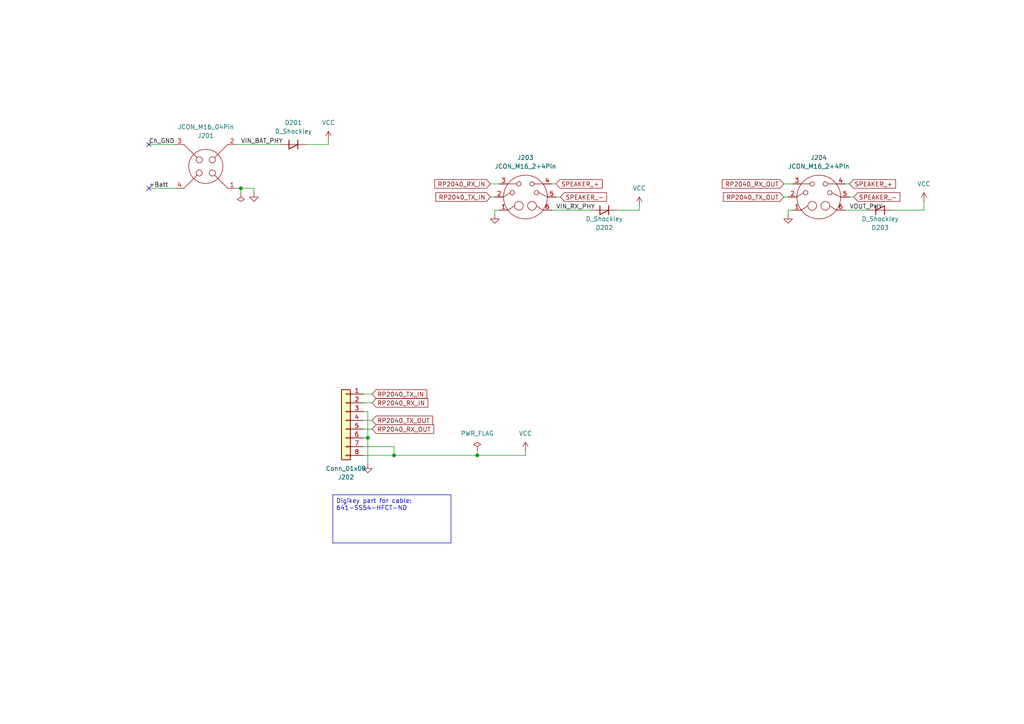
<source format=kicad_sch>
(kicad_sch (version 20250114) (generator "eeschema") (generator_version "9.0")
  (paper "A4")
  (lib_symbols
    (symbol "Connector_Generic:Conn_01x08" (pin_names (offset 1.016) (hide yes))
      (property "Reference" "J" (at 0 10.16 0))
      (property "Value" "Conn_01x08" (at 0 -12.7 0))
      (symbol "Conn_01x08_1_1"
        (rectangle (start -1.27 8.89) (end 1.27 -11.43) (stroke (width 0.254)) (fill (type background)))
        (rectangle (start -1.27 7.747) (end 0 7.493) (stroke (width 0.1524)))
        (rectangle (start -1.27 5.207) (end 0 4.953) (stroke (width 0.1524)))
        (rectangle (start -1.27 2.667) (end 0 2.413) (stroke (width 0.1524)))
        (rectangle (start -1.27 0.127) (end 0 -0.127) (stroke (width 0.1524)))
        (rectangle (start -1.27 -2.413) (end 0 -2.667) (stroke (width 0.1524)))
        (rectangle (start -1.27 -4.953) (end 0 -5.207) (stroke (width 0.1524)))
        (rectangle (start -1.27 -7.493) (end 0 -7.747) (stroke (width 0.1524)))
        (rectangle (start -1.27 -10.033) (end 0 -10.287) (stroke (width 0.1524)))
        (pin passive line (at -5.08 7.62 0) (length 3.81) (name "Pin_1") (number "1"))
        (pin passive line (at -5.08 5.08 0) (length 3.81) (name "Pin_2") (number "2"))
        (pin passive line (at -5.08 2.54 0) (length 3.81) (name "Pin_3") (number "3"))
        (pin passive line (at -5.08 0 0) (length 3.81) (name "Pin_4") (number "4"))
        (pin passive line (at -5.08 -2.54 0) (length 3.81) (name "Pin_5") (number "5"))
        (pin passive line (at -5.08 -5.08 0) (length 3.81) (name "Pin_6") (number "6"))
        (pin passive line (at -5.08 -7.62 0) (length 3.81) (name "Pin_7") (number "7"))
        (pin passive line (at -5.08 -10.16 0) (length 3.81) (name "Pin_8") (number "8"))
      )
    )
    (symbol "Device:D_Shockley" (pin_numbers (hide yes)) (pin_names (offset 1.016) (hide yes))
      (property "Reference" "D" (at 0 2.54 0))
      (property "Value" "D_Shockley" (at 0 -2.54 0))
      (symbol "D_Shockley_0_1"
        (polyline (pts (xy -1.27 1.27) (xy -1.27 -1.27)) (stroke (width 0.254)))
        (polyline (pts (xy -1.27 0) (xy 1.27 0)))
        (polyline (pts (xy -1.27 0) (xy 1.27 1.27) (xy 1.27 -1.27)) (stroke (width 0.254)))
      )
      (symbol "D_Shockley_1_1"
        (pin passive line (at -3.81 0 0) (length 2.54) (name "K") (number "1"))
        (pin passive line (at 3.81 0 180) (length 2.54) (name "A") (number "2"))
      )
    )
    (symbol "cacophony-library:JCON_M16_04Pin"
      (property "Reference" "J" (at 0 11.43 0))
      (property "Value" "JCON_M16_04Pin" (at 0 8.89 0))
      (symbol "JCON_M16_04Pin_0_1"
        (polyline (pts (xy -2.54 2.54) (xy -6.35 6.35)))
        (polyline (pts (xy -2.54 -2.54) (xy -6.35 -6.35)))
        (circle (center -1.905 1.905) (radius 0.898))
        (circle (center -1.905 -1.905) (radius 0.898))
        (circle (center 0 0) (radius 4.9595))
        (circle (center 1.905 1.905) (radius 0.898))
        (circle (center 1.905 -1.905) (radius 0.898))
        (polyline (pts (xy 2.54 -2.54) (xy 6.35 -6.35)))
        (polyline (pts (xy 6.35 6.35) (xy 2.54 2.54)))
      )
      (symbol "JCON_M16_04Pin_1_1"
        (pin passive line (at -8.89 6.35 0) (length 2.54) (name "") (number "1"))
        (pin passive line (at -8.89 -6.35 0) (length 2.54) (name "") (number "2"))
        (pin passive line (at 8.89 6.35 180) (length 2.54) (name "") (number "4"))
        (pin passive line (at 8.89 -6.35 180) (length 2.54) (name "") (number "3"))
      )
    )
    (symbol "cacophony-library:JCON_M16_2+4Pin"
      (property "Reference" "J" (at 0 7.62 0))
      (property "Value" "JCON_M16_2+4Pin" (at -7.62 12.7 0))
      (symbol "JCON_M16_2+4Pin_0_1"
        (polyline (pts (xy -4.445 1.27) (xy -6.35 0)))
        (circle (center -3.81 1.27) (radius 0.635))
        (polyline (pts (xy -3.175 -2.54) (xy -5.08 -3.81)))
        (polyline (pts (xy -2.54 3.81) (xy -5.08 3.81)))
        (circle (center -1.905 3.81) (radius 0.635))
        (circle (center -1.905 -2.54) (radius 1.27))
        (circle (center 0 0) (radius 6.35))
        (circle (center 1.905 3.81) (radius 0.635))
        (circle (center 1.905 -2.54) (radius 1.27))
        (polyline (pts (xy 2.54 3.81) (xy 5.08 3.81)))
        (circle (center 3.175 1.27) (radius 0.635))
        (polyline (pts (xy 3.175 -2.54) (xy 5.08 -3.81)))
        (polyline (pts (xy 3.81 1.27) (xy 6.35 0)))
      )
      (symbol "JCON_M16_2+4Pin_1_1"
        (pin passive line (at -8.89 0 0) (length 2.54) (name "") (number "2"))
        (pin passive line (at -7.62 3.81 0) (length 2.54) (name "") (number "3"))
        (pin passive line (at -7.62 -3.81 0) (length 2.54) (name "") (number "1"))
        (pin passive line (at 7.62 3.81 180) (length 2.54) (name "") (number "4"))
        (pin passive line (at 7.62 -3.81 180) (length 2.54) (name "") (number "6"))
        (pin passive line (at 8.89 0 180) (length 2.54) (name "") (number "5"))
      )
    )
    (symbol "power:GND" (power) (pin_numbers (hide yes)) (pin_names (offset 0) (hide yes))
      (property "Value" "GND" (at 0 -3.81 0))
      (symbol "GND_0_1"
        (polyline (pts (xy 0 0) (xy 0 -1.27) (xy 1.27 -1.27) (xy 0 -2.54) (xy -1.27 -1.27) (xy 0 -1.27)))
      )
      (symbol "GND_1_1"
        (pin power_in line (at 0 0 270) (length 0) (name "~") (number "1"))
      )
    )
    (symbol "power:PWR_FLAG" (power) (pin_numbers (hide yes)) (pin_names (offset 0) (hide yes))
      (property "Value" "PWR_FLAG" (at 0 3.81 0))
      (symbol "PWR_FLAG_0_0"
        (pin power_out line (at 0 0 90) (length 0) (name "~") (number "1"))
      )
      (symbol "PWR_FLAG_0_1"
        (polyline (pts (xy 0 0) (xy 0 1.27) (xy -1.016 1.905) (xy 0 2.54) (xy 1.016 1.905) (xy 0 1.27)))
      )
    )
    (symbol "power:VCC" (power) (pin_numbers (hide yes)) (pin_names (offset 0) (hide yes))
      (property "Value" "VCC" (at 0 3.556 0))
      (symbol "VCC_0_1"
        (polyline (pts (xy -0.762 1.27) (xy 0 2.54)))
        (polyline (pts (xy 0 2.54) (xy 0.762 1.27)))
        (polyline (pts (xy 0 0) (xy 0 2.54)))
      )
      (symbol "VCC_1_1"
        (pin power_in line (at 0 0 90) (length 0) (name "~") (number "1"))
      )
    )
  )
  (text_box "Digikey part for cable: 641-SS54-HFCT-ND" (at 96.52 143.51 0) (size 34.29 13.97) (margins 0.9525 0.9525 0.9525 0.9525) (effects (font (size 1.27 1.27)) (justify left top)))
  (junction (at 69.85 54.61))
  (junction (at 138.43 132.08))
  (junction (at 114.3 132.08))
  (junction (at 106.68 127))
  (no_connect (at 43.18 41.91))
  (no_connect (at 43.18 54.61))
  (wire (pts (xy 114.3 129.54) (xy 114.3 132.08)))
  (wire (pts (xy 143.51 60.96) (xy 144.78 60.96)))
  (wire (pts (xy 114.3 129.54) (xy 105.41 129.54)))
  (wire (pts (xy 227.33 53.34) (xy 229.87 53.34)))
  (wire (pts (xy 114.3 132.08) (xy 138.43 132.08)))
  (wire (pts (xy 43.18 41.91) (xy 50.8 41.91)))
  (wire (pts (xy 160.02 60.96) (xy 171.45 60.96)))
  (wire (pts (xy 69.85 55.88) (xy 69.85 54.61)))
  (wire (pts (xy 142.24 57.15) (xy 143.51 57.15)))
  (wire (pts (xy 105.41 124.46) (xy 107.95 124.46)))
  (wire (pts (xy 105.41 116.84) (xy 107.95 116.84)))
  (wire (pts (xy 227.33 57.15) (xy 228.6 57.15)))
  (wire (pts (xy 43.18 54.61) (xy 50.8 54.61)))
  (wire (pts (xy 267.97 58.42) (xy 267.97 60.96)))
  (wire (pts (xy 245.11 60.96) (xy 251.46 60.96)))
  (wire (pts (xy 160.02 53.34) (xy 161.29 53.34)))
  (wire (pts (xy 105.41 114.3) (xy 107.95 114.3)))
  (wire (pts (xy 185.42 60.96) (xy 185.42 59.69)))
  (wire (pts (xy 105.41 119.38) (xy 106.68 119.38)))
  (wire (pts (xy 95.25 41.91) (xy 95.25 40.64)))
  (wire (pts (xy 228.6 62.23) (xy 228.6 60.96)))
  (wire (pts (xy 105.41 127) (xy 106.68 127)))
  (wire (pts (xy 106.68 127) (xy 106.68 134.62)))
  (wire (pts (xy 259.08 60.96) (xy 267.97 60.96)))
  (wire (pts (xy 179.07 60.96) (xy 185.42 60.96)))
  (wire (pts (xy 228.6 60.96) (xy 229.87 60.96)))
  (wire (pts (xy 138.43 130.81) (xy 138.43 132.08)))
  (wire (pts (xy 142.24 53.34) (xy 144.78 53.34)))
  (wire (pts (xy 161.29 57.15) (xy 162.56 57.15)))
  (wire (pts (xy 73.66 54.61) (xy 69.85 54.61)))
  (wire (pts (xy 73.66 55.88) (xy 73.66 54.61)))
  (wire (pts (xy 106.68 119.38) (xy 106.68 127)))
  (wire (pts (xy 138.43 132.08) (xy 152.4 132.08)))
  (wire (pts (xy 246.38 57.15) (xy 247.65 57.15)))
  (wire (pts (xy 152.4 130.81) (xy 152.4 132.08)))
  (wire (pts (xy 69.85 54.61) (xy 68.58 54.61)))
  (wire (pts (xy 105.41 132.08) (xy 114.3 132.08)))
  (wire (pts (xy 105.41 121.92) (xy 107.95 121.92)))
  (wire (pts (xy 68.58 41.91) (xy 81.28 41.91)))
  (wire (pts (xy 88.9 41.91) (xy 95.25 41.91)))
  (wire (pts (xy 143.51 62.23) (xy 143.51 60.96)))
  (wire (pts (xy 245.11 53.34) (xy 246.38 53.34)))
  (label "+Batt" (at 43.18 54.61 0))
  (label "Ch_GND" (at 43.18 41.91 0))
  (label "VIN_RX_PHY" (at 161.29 60.96 0))
  (label "VOUT_PHY" (at 246.38 60.96 0))
  (label "VIN_BAT_PHY" (at 69.85 41.91 0))
  (global_label "RP2040_RX_IN" (shape input) (at 142.24 53.34 180) (property "Intersheetrefs" "${INTERSHEET_REFS}" (effects (hide yes))))
  (global_label "SPEAKER_+" (shape input) (at 246.38 53.34 0) (property "Intersheetrefs" "${INTERSHEET_REFS}" (effects (hide yes))))
  (global_label "RP2040_RX_OUT" (shape input) (at 227.33 53.34 180) (property "Intersheetrefs" "${INTERSHEET_REFS}" (effects (hide yes))))
  (global_label "RP2040_TX_OUT" (shape input) (at 227.33 57.15 180) (property "Intersheetrefs" "${INTERSHEET_REFS}" (effects (hide yes))))
  (global_label "SPEAKER_-" (shape input) (at 247.65 57.15 0) (property "Intersheetrefs" "${INTERSHEET_REFS}" (effects (hide yes))))
  (global_label "SPEAKER_-" (shape input) (at 162.56 57.15 0) (property "Intersheetrefs" "${INTERSHEET_REFS}" (effects (hide yes))))
  (global_label "RP2040_RX_IN" (shape input) (at 107.95 116.84 0) (property "Intersheetrefs" "${INTERSHEET_REFS}" (effects (hide yes))))
  (global_label "RP2040_RX_OUT" (shape input) (at 107.95 124.46 0) (property "Intersheetrefs" "${INTERSHEET_REFS}" (effects (hide yes))))
  (global_label "RP2040_TX_IN" (shape input) (at 107.95 114.3 0) (property "Intersheetrefs" "${INTERSHEET_REFS}" (effects (hide yes))))
  (global_label "RP2040_TX_IN" (shape input) (at 142.24 57.15 180) (property "Intersheetrefs" "${INTERSHEET_REFS}" (effects (hide yes))))
  (global_label "RP2040_TX_OUT" (shape input) (at 107.95 121.92 0) (property "Intersheetrefs" "${INTERSHEET_REFS}" (effects (hide yes))))
  (global_label "SPEAKER_+" (shape input) (at 161.29 53.34 0) (property "Intersheetrefs" "${INTERSHEET_REFS}" (effects (hide yes))))
  (symbol (lib_id "Device:D_Shockley") (at 175.26 60.96 180) (unit 1)
    (property "Reference" "D202" (at 175.26 66.04 0))
    (property "Value" "D_Shockley" (at 175.26 63.5 0))
    (property "Footprint" "Diode_SMD:D_SMA_Handsoldering" (effects (hide yes)))
    (property "Description" "Shockley (PNPN) diode" (effects (hide yes)))
    (property "Digikey" "641-SS54-HFCT-ND" (effects (hide yes)))
    (property "LCSC Part" "C22452" (effects (hide yes)))
  )
  (symbol (lib_id "Device:D_Shockley") (at 85.09 41.91 180) (unit 1)
    (property "Reference" "D201" (at 85.09 35.56 0))
    (property "Value" "D_Shockley" (at 85.09 38.1 0))
    (property "Footprint" "Diode_SMD:D_SMA_Handsoldering" (effects (hide yes)))
    (property "Description" "Shockley (PNPN) diode" (effects (hide yes)))
    (property "Digikey" "641-SS54-HFCT-ND" (effects (hide yes)))
    (property "LCSC Part" "C22452" (effects (hide yes)))
  )
  (symbol (lib_id "power:GND") (at 228.6 62.23 0) (unit 1)
    (property "Reference" "#PWR0207" (effects (hide yes)))
    (property "Value" "GND" (effects (hide yes)))
    (property "Description" "Power symbol creates a global label with name \"GND\" , ground" (effects (hide yes)))
  )
  (symbol (lib_id "cacophony-library:JCON_M16_2+4Pin") (at 237.49 57.15 0) (unit 1) (in_bom no)
    (property "Reference" "J204" (at 237.49 45.72 0))
    (property "Value" "JCON_M16_2+4Pin" (at 237.49 48.26 0))
    (property "Footprint" "cacophony-library:jcon-2+4pin-m16" (effects (hide yes)))
  )
  (symbol (lib_id "power:VCC") (at 185.42 59.69 0) (unit 1)
    (property "Reference" "#PWR0206" (effects (hide yes)))
    (property "Value" "VCC" (at 185.42 54.61 0))
    (property "Description" "Power symbol creates a global label with name \"VCC\"" (effects (hide yes)))
  )
  (symbol (lib_id "power:GND") (at 106.68 134.62 0) (unit 1)
    (property "Reference" "#PWR0203" (effects (hide yes)))
    (property "Value" "GND" (effects (hide yes)))
  )
  (symbol (lib_id "power:GND") (at 143.51 62.23 0) (unit 1)
    (property "Reference" "#PWR0204" (effects (hide yes)))
    (property "Value" "GND" (effects (hide yes)))
    (property "Description" "Power symbol creates a global label with name \"GND\" , ground" (effects (hide yes)))
  )
  (symbol (lib_id "Connector_Generic:Conn_01x08") (at 100.33 121.92 0) (mirror y) (unit 1)
    (property "Reference" "J202" (at 100.33 138.43 0))
    (property "Value" "Conn_01x08" (at 100.33 135.89 0))
    (property "Footprint" "Connector_JST:JST_XA_S08B-XASK-1_1x08_P2.50mm_Horizontal" (effects (hide yes)))
    (property "Description" "Generic connector, single row, 01x08, script generated (kicad-library-utils/schlib/autogen/connector/)" (effects (hide yes)))
    (property "Digikey" "641-SS54-HFCT-ND" (effects (hide yes)))
    (property "LCSC Part" "C495695" (effects (hide yes)))
  )
  (symbol (lib_id "power:PWR_FLAG") (at 69.85 55.88 180) (unit 1)
    (property "Reference" "#FLG0201" (effects (hide yes)))
    (property "Value" "PWR_FLAG" (effects (hide yes)))
    (property "Description" "Special symbol for telling ERC where power comes from" (effects (hide yes)))
  )
  (symbol (lib_id "power:VCC") (at 267.97 58.42 0) (unit 1)
    (property "Reference" "#PWR0208" (effects (hide yes)))
    (property "Value" "VCC" (at 267.97 53.34 0))
    (property "Description" "Power symbol creates a global label with name \"VCC\"" (effects (hide yes)))
  )
  (symbol (lib_id "power:PWR_FLAG") (at 138.43 130.81 0) (unit 1)
    (property "Reference" "#FLG0202" (effects (hide yes)))
    (property "Value" "PWR_FLAG" (at 138.43 125.73 0))
    (property "Description" "Special symbol for telling ERC where power comes from" (effects (hide yes)))
  )
  (symbol (lib_id "Device:D_Shockley") (at 255.27 60.96 0) (unit 1)
    (property "Reference" "D203" (at 255.27 66.04 0))
    (property "Value" "D_Shockley" (at 255.27 63.5 0))
    (property "Footprint" "Diode_SMD:D_SMA_Handsoldering" (effects (hide yes)))
    (property "Description" "Shockley (PNPN) diode" (effects (hide yes)))
    (property "Digikey" "641-SS54-HFCT-ND" (effects (hide yes)))
    (property "LCSC Part" "C22452" (effects (hide yes)))
  )
  (symbol (lib_id "cacophony-library:JCON_M16_04Pin") (at 59.69 48.26 180) (unit 1) (in_bom no)
    (property "Reference" "J201" (at 59.69 39.37 0))
    (property "Value" "JCON_M16_04Pin" (at 59.69 36.83 0))
    (property "Footprint" "cacophony-library:jcon-4pin_m16" (effects (hide yes)))
  )
  (symbol (lib_id "power:GND") (at 73.66 55.88 0) (unit 1)
    (property "Reference" "#PWR0201" (effects (hide yes)))
    (property "Value" "GND" (effects (hide yes)))
    (property "Description" "Power symbol creates a global label with name \"GND\" , ground" (effects (hide yes)))
  )
  (symbol (lib_id "cacophony-library:JCON_M16_2+4Pin") (at 152.4 57.15 0) (unit 1) (in_bom no)
    (property "Reference" "J203" (at 152.4 45.72 0))
    (property "Value" "JCON_M16_2+4Pin" (at 152.4 48.26 0))
    (property "Footprint" "cacophony-library:jcon-2+4pin-m16" (effects (hide yes)))
  )
  (symbol (lib_id "power:VCC") (at 152.4 130.81 0) (unit 1)
    (property "Reference" "#PWR0205" (effects (hide yes)))
    (property "Value" "VCC" (at 152.4 125.73 0))
    (property "Description" "Power symbol creates a global label with name \"VCC\"" (effects (hide yes)))
  )
  (symbol (lib_id "power:VCC") (at 95.25 40.64 0) (unit 1)
    (property "Reference" "#PWR0202" (effects (hide yes)))
    (property "Value" "VCC" (at 95.25 35.56 0))
    (property "Description" "Power symbol creates a global label with name \"VCC\"" (effects (hide yes)))
  )
)
</source>
